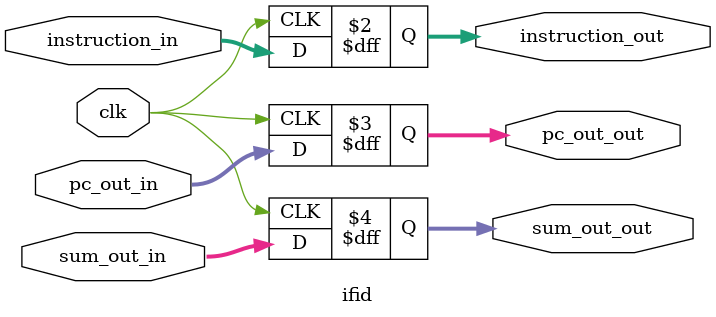
<source format=v>
module ifid(
    input wire clk,
    input wire [31:0] instruction_in,
    input wire [31:0] pc_out_in,
    input wire [31:0] sum_out_in,
    output reg [31:0] instruction_out,
    output reg [31:0] pc_out_out,
    output reg [31:0] sum_out_out
);

    always @ (posedge clk) begin
        instruction_out <= instruction_in;
        pc_out_out <= pc_out_in;
        sum_out_out <= sum_out_in;
    end

endmodule
</source>
